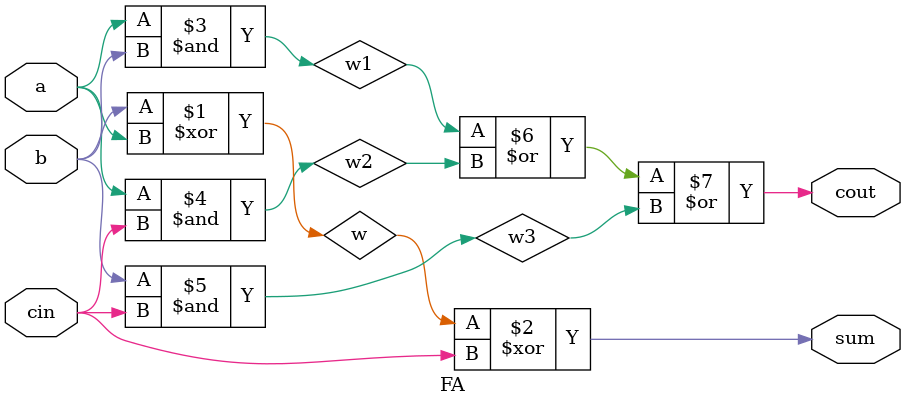
<source format=v>
/* 
Name:Your Name 
File:FA.v
Description: This is a Full Adder
*/
module FA(a,b,cin,sum,cout);
	input a, b, cin;
	output sum, cout;
	wire w,w1,w2,w3;
	
	xor a0(w,b,a);
	xor a1(sum,w,cin);
	
	and a2(w1,a,b);
	and a3(w2,a,cin);
	and a4(w3,b,cin);
	or a5(cout,w1,w2,w3);
endmodule

</source>
